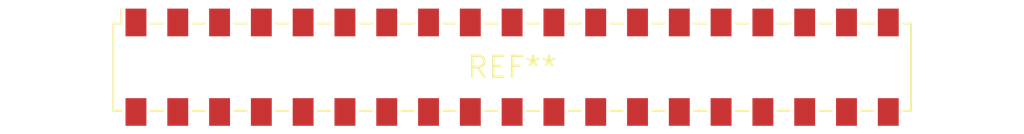
<source format=kicad_pcb>
(kicad_pcb (version 20240108) (generator pcbnew)
  (layers (0 "F.Cu" signal) (31 "B.Cu" signal) (34 "B.Paste" user) (35 "F.Paste" user) (36 "B.SilkS" user "B.Silkscreen") (37 "F.SilkS" user "F.Silkscreen") (38 "B.Mask" user) (39 "F.Mask" user) (44 "Edge.Cuts" user))
  (net 0 "")
  (footprint "Samtec_HLE-119-02-xxx-DV-BE-A_2x19_P2.54mm_Horizontal" (layer "F.Cu") (at 0 0)
    (property "Reference" "REF**")
    (property "Value" "Samtec_HLE-119-02-xxx-DV-BE-A_2x19_P2.54mm_Horizontal")
    (fp_line (start -24.24 -2.65) (end -24.24 2.65) (layer "F.SilkS") (stroke (width 0.12)))
    (fp_line (start -24.24 2.65) (end -23.755 2.65) (layer "F.SilkS") (stroke (width 0.12)))
    (fp_line (start -23.755 -3.56) (end -23.755 -2.65) (layer "F.SilkS") (stroke (width 0.12)))
    (fp_line (start -23.755 -2.65) (end -24.24 -2.65) (layer "F.SilkS") (stroke (width 0.12)))
    (fp_line (start -21.965 -2.65) (end -21.215 -2.65) (layer "F.SilkS") (stroke (width 0.12)))
    (fp_line (start -21.965 2.65) (end -21.215 2.65) (layer "F.SilkS") (stroke (width 0.12)))
    (fp_line (start -19.425 -2.65) (end -18.675 -2.65) (layer "F.SilkS") (stroke (width 0.12)))
    (fp_line (start -19.425 2.65) (end -18.675 2.65) (layer "F.SilkS") (stroke (width 0.12)))
    (fp_line (start -16.885 -2.65) (end -16.135 -2.65) (layer "F.SilkS") (stroke (width 0.12)))
    (fp_line (start -16.885 2.65) (end -16.135 2.65) (layer "F.SilkS") (stroke (width 0.12)))
    (fp_line (start -14.345 -2.65) (end -13.595 -2.65) (layer "F.SilkS") (stroke (width 0.12)))
    (fp_line (start -14.345 2.65) (end -13.595 2.65) (layer "F.SilkS") (stroke (width 0.12)))
    (fp_line (start -11.805 -2.65) (end -11.055 -2.65) (layer "F.SilkS") (stroke (width 0.12)))
    (fp_line (start -11.805 2.65) (end -11.055 2.65) (layer "F.SilkS") (stroke (width 0.12)))
    (fp_line (start -9.265 -2.65) (end -8.515 -2.65) (layer "F.SilkS") (stroke (width 0.12)))
    (fp_line (start -9.265 2.65) (end -8.515 2.65) (layer "F.SilkS") (stroke (width 0.12)))
    (fp_line (start -6.725 -2.65) (end -5.975 -2.65) (layer "F.SilkS") (stroke (width 0.12)))
    (fp_line (start -6.725 2.65) (end -5.975 2.65) (layer "F.SilkS") (stroke (width 0.12)))
    (fp_line (start -4.185 -2.65) (end -3.435 -2.65) (layer "F.SilkS") (stroke (width 0.12)))
    (fp_line (start -4.185 2.65) (end -3.435 2.65) (layer "F.SilkS") (stroke (width 0.12)))
    (fp_line (start -1.645 -2.65) (end -0.895 -2.65) (layer "F.SilkS") (stroke (width 0.12)))
    (fp_line (start -1.645 2.65) (end -0.895 2.65) (layer "F.SilkS") (stroke (width 0.12)))
    (fp_line (start 0.895 -2.65) (end 1.645 -2.65) (layer "F.SilkS") (stroke (width 0.12)))
    (fp_line (start 0.895 2.65) (end 1.645 2.65) (layer "F.SilkS") (stroke (width 0.12)))
    (fp_line (start 3.435 -2.65) (end 4.185 -2.65) (layer "F.SilkS") (stroke (width 0.12)))
    (fp_line (start 3.435 2.65) (end 4.185 2.65) (layer "F.SilkS") (stroke (width 0.12)))
    (fp_line (start 5.975 -2.65) (end 6.725 -2.65) (layer "F.SilkS") (stroke (width 0.12)))
    (fp_line (start 5.975 2.65) (end 6.725 2.65) (layer "F.SilkS") (stroke (width 0.12)))
    (fp_line (start 8.515 -2.65) (end 9.265 -2.65) (layer "F.SilkS") (stroke (width 0.12)))
    (fp_line (start 8.515 2.65) (end 9.265 2.65) (layer "F.SilkS") (stroke (width 0.12)))
    (fp_line (start 11.055 -2.65) (end 11.805 -2.65) (layer "F.SilkS") (stroke (width 0.12)))
    (fp_line (start 11.055 2.65) (end 11.805 2.65) (layer "F.SilkS") (stroke (width 0.12)))
    (fp_line (start 13.595 -2.65) (end 14.345 -2.65) (layer "F.SilkS") (stroke (width 0.12)))
    (fp_line (start 13.595 2.65) (end 14.345 2.65) (layer "F.SilkS") (stroke (width 0.12)))
    (fp_line (start 16.135 -2.65) (end 16.885 -2.65) (layer "F.SilkS") (stroke (width 0.12)))
    (fp_line (start 16.135 2.65) (end 16.885 2.65) (layer "F.SilkS") (stroke (width 0.12)))
    (fp_line (start 18.675 -2.65) (end 19.425 -2.65) (layer "F.SilkS") (stroke (width 0.12)))
    (fp_line (start 18.675 2.65) (end 19.425 2.65) (layer "F.SilkS") (stroke (width 0.12)))
    (fp_line (start 21.215 -2.65) (end 21.965 -2.65) (layer "F.SilkS") (stroke (width 0.12)))
    (fp_line (start 21.215 2.65) (end 21.965 2.65) (layer "F.SilkS") (stroke (width 0.12)))
    (fp_line (start 23.755 -2.65) (end 24.24 -2.65) (layer "F.SilkS") (stroke (width 0.12)))
    (fp_line (start 24.24 -2.65) (end 24.24 2.65) (layer "F.SilkS") (stroke (width 0.12)))
    (fp_line (start 24.24 2.65) (end 23.755 2.65) (layer "F.SilkS") (stroke (width 0.12)))
    (pad "" np_thru_hole circle (at -22.86 -1.27) (size 0.97 0.97) (drill 0.97) (layers *.Cu *.Mask))
    (pad "" np_thru_hole circle (at -22.86 1.27) (size 0.97 0.97) (drill 0.97) (layers *.Cu *.Mask))
    (pad "" np_thru_hole circle (at -21.59 0) (size 1.78 1.78) (drill 1.78) (layers *.Cu *.Mask))
    (pad "" np_thru_hole circle (at -20.32 -1.27) (size 0.97 0.97) (drill 0.97) (layers *.Cu *.Mask))
    (pad "" np_thru_hole circle (at -20.32 1.27) (size 0.97 0.97) (drill 0.97) (layers *.Cu *.Mask))
    (pad "" np_thru_hole circle (at -17.78 -1.27) (size 0.97 0.97) (drill 0.97) (layers *.Cu *.Mask))
    (pad "" np_thru_hole circle (at -17.78 1.27) (size 0.97 0.97) (drill 0.97) (layers *.Cu *.Mask))
    (pad "" np_thru_hole circle (at -15.24 -1.27) (size 0.97 0.97) (drill 0.97) (layers *.Cu *.Mask))
    (pad "" np_thru_hole circle (at -15.24 1.27) (size 0.97 0.97) (drill 0.97) (layers *.Cu *.Mask))
    (pad "" np_thru_hole circle (at -12.7 -1.27) (size 0.97 0.97) (drill 0.97) (layers *.Cu *.Mask))
    (pad "" np_thru_hole circle (at -12.7 1.27) (size 0.97 0.97) (drill 0.97) (layers *.Cu *.Mask))
    (pad "" np_thru_hole circle (at -10.16 -1.27) (size 0.97 0.97) (drill 0.97) (layers *.Cu *.Mask))
    (pad "" np_thru_hole circle (at -10.16 1.27) (size 0.97 0.97) (drill 0.97) (layers *.Cu *.Mask))
    (pad "" np_thru_hole circle (at -7.62 -1.27) (size 0.97 0.97) (drill 0.97) (layers *.Cu *.Mask))
    (pad "" np_thru_hole circle (at -7.62 1.27) (size 0.97 0.97) (drill 0.97) (layers *.Cu *.Mask))
    (pad "" np_thru_hole circle (at -5.08 -1.27) (size 0.97 0.97) (drill 0.97) (layers *.Cu *.Mask))
    (pad "" np_thru_hole circle (at -5.08 1.27) (size 0.97 0.97) (drill 0.97) (layers *.Cu *.Mask))
    (pad "" np_thru_hole circle (at -2.54 -1.27) (size 0.97 0.97) (drill 0.97) (layers *.Cu *.Mask))
    (pad "" np_thru_hole circle (at -2.54 1.27) (size 0.97 0.97) (drill 0.97) (layers *.Cu *.Mask))
    (pad "" np_thru_hole circle (at 0 -1.27) (size 0.97 0.97) (drill 0.97) (layers *.Cu *.Mask))
    (pad "" np_thru_hole circle (at 0 1.27) (size 0.97 0.97) (drill 0.97) (layers *.Cu *.Mask))
    (pad "" np_thru_hole circle (at 2.54 -1.27) (size 0.97 0.97) (drill 0.97) (layers *.Cu *.Mask))
    (pad "" np_thru_hole circle (at 2.54 1.27) (size 0.97 0.97) (drill 0.97) (layers *.Cu *.Mask))
    (pad "" np_thru_hole circle (at 5.08 -1.27) (size 0.97 0.97) (drill 0.97) (layers *.Cu *.Mask))
    (pad "" np_thru_hole circle (at 5.08 1.27) (size 0.97 0.97) (drill 0.97) (layers *.Cu *.Mask))
    (pad "" np_thru_hole circle (at 7.62 -1.27) (size 0.97 0.97) (drill 0.97) (layers *.Cu *.Mask))
    (pad "" np_thru_hole circle (at 7.62 1.27) (size 0.97 0.97) (drill 0.97) (layers *.Cu *.Mask))
    (pad "" np_thru_hole circle (at 10.16 -1.27) (size 0.97 0.97) (drill 0.97) (layers *.Cu *.Mask))
    (pad "" np_thru_hole circle (at 10.16 1.27) (size 0.97 0.97) (drill 0.97) (layers *.Cu *.Mask))
    (pad "" np_thru_hole circle (at 12.7 -1.27) (size 0.97 0.97) (drill 0.97) (layers *.Cu *.Mask))
    (pad "" np_thru_hole circle (at 12.7 1.27) (size 0.97 0.97) (drill 0.97) (layers *.Cu *.Mask))
    (pad "" np_thru_hole circle (at 15.24 -1.27) (size 0.97 0.97) (drill 0.97) (layers *.Cu *.Mask))
    (pad "" np_thru_hole circle (at 15.24 1.27) (size 0.97 0.97) (drill 0.97) (layers *.Cu *.Mask))
    (pad "" np_thru_hole circle (at 17.78 -1.27) (size 0.97 0.97) (drill 0.97) (layers *.Cu *.Mask))
    (pad "" np_thru_hole circle (at 17.78 1.27) (size 0.97 0.97) (drill 0.97) (layers *.Cu *.Mask))
    (pad "" np_thru_hole circle (at 20.32 -1.27) (size 0.97 0.97) (drill 0.97) (layers *.Cu *.Mask))
    (pad "" np_thru_hole circle (at 20.32 1.27) (size 0.97 0.97) (drill 0.97) (layers *.Cu *.Mask))
    (pad "" np_thru_hole circle (at 21.59 0) (size 1.78 1.78) (drill 1.78) (layers *.Cu *.Mask))
    (pad "" np_thru_hole circle (at 22.86 -1.27) (size 0.97 0.97) (drill 0.97) (layers *.Cu *.Mask))
    (pad "" np_thru_hole circle (at 22.86 1.27) (size 0.97 0.97) (drill 0.97) (layers *.Cu *.Mask))
    (pad "1" smd rect (at -22.86 -2.72) (size 1.27 1.68) (layers "F.Cu" "F.Paste" "F.Mask"))
    (pad "2" smd rect (at -22.86 2.72) (size 1.27 1.68) (layers "F.Cu" "F.Paste" "F.Mask"))
    (pad "3" smd rect (at -20.32 -2.72) (size 1.27 1.68) (layers "F.Cu" "F.Paste" "F.Mask"))
    (pad "4" smd rect (at -20.32 2.72) (size 1.27 1.68) (layers "F.Cu" "F.Paste" "F.Mask"))
    (pad "5" smd rect (at -17.78 -2.72) (size 1.27 1.68) (layers "F.Cu" "F.Paste" "F.Mask"))
    (pad "6" smd rect (at -17.78 2.72) (size 1.27 1.68) (layers "F.Cu" "F.Paste" "F.Mask"))
    (pad "7" smd rect (at -15.24 -2.72) (size 1.27 1.68) (layers "F.Cu" "F.Paste" "F.Mask"))
    (pad "8" smd rect (at -15.24 2.72) (size 1.27 1.68) (layers "F.Cu" "F.Paste" "F.Mask"))
    (pad "9" smd rect (at -12.7 -2.72) (size 1.27 1.68) (layers "F.Cu" "F.Paste" "F.Mask"))
    (pad "10" smd rect (at -12.7 2.72) (size 1.27 1.68) (layers "F.Cu" "F.Paste" "F.Mask"))
    (pad "11" smd rect (at -10.16 -2.72) (size 1.27 1.68) (layers "F.Cu" "F.Paste" "F.Mask"))
    (pad "12" smd rect (at -10.16 2.72) (size 1.27 1.68) (layers "F.Cu" "F.Paste" "F.Mask"))
    (pad "13" smd rect (at -7.62 -2.72) (size 1.27 1.68) (layers "F.Cu" "F.Paste" "F.Mask"))
    (pad "14" smd rect (at -7.62 2.72) (size 1.27 1.68) (layers "F.Cu" "F.Paste" "F.Mask"))
    (pad "15" smd rect (at -5.08 -2.72) (size 1.27 1.68) (layers "F.Cu" "F.Paste" "F.Mask"))
    (pad "16" smd rect (at -5.08 2.72) (size 1.27 1.68) (layers "F.Cu" "F.Paste" "F.Mask"))
    (pad "17" smd rect (at -2.54 -2.72) (size 1.27 1.68) (layers "F.Cu" "F.Paste" "F.Mask"))
    (pad "18" smd rect (at -2.54 2.72) (size 1.27 1.68) (layers "F.Cu" "F.Paste" "F.Mask"))
    (pad "19" smd rect (at 0 -2.72) (size 1.27 1.68) (layers "F.Cu" "F.Paste" "F.Mask"))
    (pad "20" smd rect (at 0 2.72) (size 1.27 1.68) (layers "F.Cu" "F.Paste" "F.Mask"))
    (pad "21" smd rect (at 2.54 -2.72) (size 1.27 1.68) (layers "F.Cu" "F.Paste" "F.Mask"))
    (pad "22" smd rect (at 2.54 2.72) (size 1.27 1.68) (layers "F.Cu" "F.Paste" "F.Mask"))
    (pad "23" smd rect (at 5.08 -2.72) (size 1.27 1.68) (layers "F.Cu" "F.Paste" "F.Mask"))
    (pad "24" smd rect (at 5.08 2.72) (size 1.27 1.68) (layers "F.Cu" "F.Paste" "F.Mask"))
    (pad "25" smd rect (at 7.62 -2.72) (size 1.27 1.68) (layers "F.Cu" "F.Paste" "F.Mask"))
    (pad "26" smd rect (at 7.62 2.72) (size 1.27 1.68) (layers "F.Cu" "F.Paste" "F.Mask"))
    (pad "27" smd rect (at 10.16 -2.72) (size 1.27 1.68) (layers "F.Cu" "F.Paste" "F.Mask"))
    (pad "28" smd rect (at 10.16 2.72) (size 1.27 1.68) (layers "F.Cu" "F.Paste" "F.Mask"))
    (pad "29" smd rect (at 12.7 -2.72) (size 1.27 1.68) (layers "F.Cu" "F.Paste" "F.Mask"))
    (pad "30" smd rect (at 12.7 2.72) (size 1.27 1.68) (layers "F.Cu" "F.Paste" "F.Mask"))
    (pad "31" smd rect (at 15.24 -2.72) (size 1.27 1.68) (layers "F.Cu" "F.Paste" "F.Mask"))
    (pad "32" smd rect (at 15.24 2.72) (size 1.27 1.68) (layers "F.Cu" "F.Paste" "F.Mask"))
    (pad "33" smd rect (at 17.78 -2.72) (size 1.27 1.68) (layers "F.Cu" "F.Paste" "F.Mask"))
    (pad "34" smd rect (at 17.78 2.72) (size 1.27 1.68) (layers "F.Cu" "F.Paste" "F.Mask"))
    (pad "35" smd rect (at 20.32 -2.72) (size 1.27 1.68) (layers "F.Cu" "F.Paste" "F.Mask"))
    (pad "36" smd rect (at 20.32 2.72) (size 1.27 1.68) (layers "F.Cu" "F.Paste" "F.Mask"))
    (pad "37" smd rect (at 22.86 -2.72) (size 1.27 1.68) (layers "F.Cu" "F.Paste" "F.Mask"))
    (pad "38" smd rect (at 22.86 2.72) (size 1.27 1.68) (layers "F.Cu" "F.Paste" "F.Mask"))
  )
)
</source>
